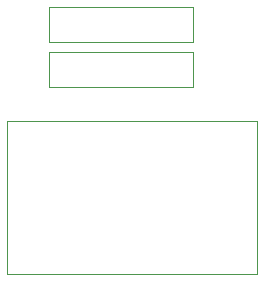
<source format=gbr>
G04 #@! TF.GenerationSoftware,KiCad,Pcbnew,(5.1.6)-1*
G04 #@! TF.CreationDate,2020-07-07T10:11:21-05:00*
G04 #@! TF.ProjectId,Ductos,44756374-6f73-42e6-9b69-6361645f7063,rev?*
G04 #@! TF.SameCoordinates,Original*
G04 #@! TF.FileFunction,Other,User*
%FSLAX46Y46*%
G04 Gerber Fmt 4.6, Leading zero omitted, Abs format (unit mm)*
G04 Created by KiCad (PCBNEW (5.1.6)-1) date 2020-07-07 10:11:21*
%MOMM*%
%LPD*%
G01*
G04 APERTURE LIST*
%ADD10C,0.050000*%
G04 APERTURE END LIST*
D10*
X39590000Y-67540000D02*
X51850000Y-67540000D01*
X39590000Y-64540000D02*
X39590000Y-67540000D01*
X51850000Y-64540000D02*
X39590000Y-64540000D01*
X51850000Y-67540000D02*
X51850000Y-64540000D01*
X36040000Y-70410000D02*
X57220000Y-70410000D01*
X36040000Y-70410000D02*
X36040000Y-83350000D01*
X57220000Y-83350000D02*
X57220000Y-70410000D01*
X57220000Y-83350000D02*
X36040000Y-83350000D01*
X51850000Y-63730000D02*
X51850000Y-60730000D01*
X51850000Y-60730000D02*
X39590000Y-60730000D01*
X39590000Y-60730000D02*
X39590000Y-63730000D01*
X39590000Y-63730000D02*
X51850000Y-63730000D01*
M02*

</source>
